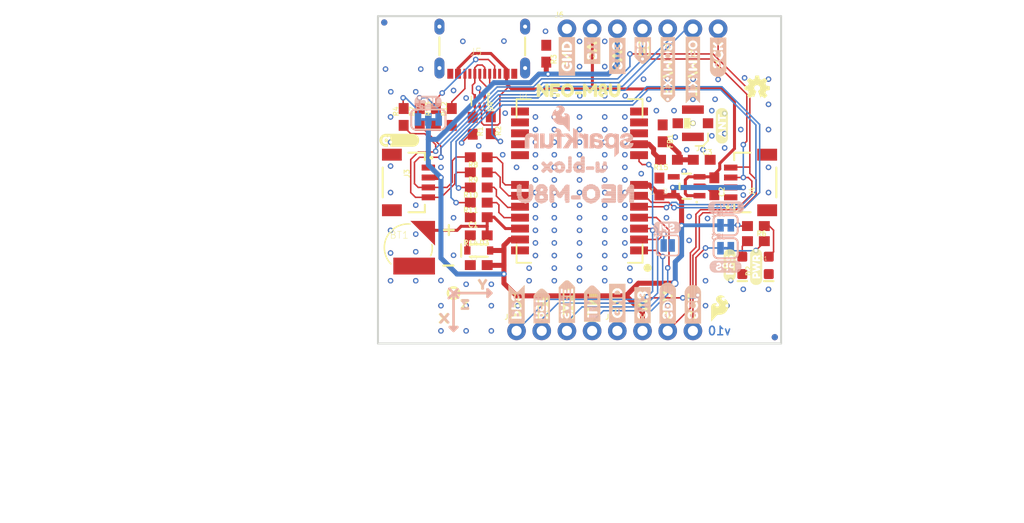
<source format=kicad_pcb>
(kicad_pcb (version 20211014) (generator pcbnew)
  (layers (0 "F.Cu" signal) (31 "B.Cu" signal) (34 "B.Paste" user) (35 "F.Paste" user) (36 "B.SilkS" user "B.Silkscreen") (37 "F.SilkS" user "F.Silkscreen") (38 "B.Mask" user) (39 "F.Mask" user) (44 "Edge.Cuts" user))
  (net 0 "")
  (net 1 "3.3V")
  (net 2 "GND")
  (net 3 "SCL/SCK")
  (net 4 "SDA/~{CS}")
  (net 5 "PPS")
  (net 6 "N$5")
  (net 7 "N$8")
  (net 8 "N$2")
  (net 9 "N$4")
  (net 10 "N$6")
  (net 11 "RXI/MOSI")
  (net 12 "TXO/MISO")
  (net 13 "SHIELD")
  (net 14 "USB_D-")
  (net 15 "USB_D+")
  (net 16 "GPS_ANT1")
  (net 17 "N$10")
  (net 18 "5V")
  (net 19 "N$11")
  (net 20 "N$12")
  (net 21 "D_SEL")
  (net 22 "ANT_VCC")
  (net 23 "D+")
  (net 24 "D-")
  (net 25 "N$1")
  (net 26 "N$7")
  (net 27 "N$9")
  (net 28 "~{RESET}")
  (net 29 "TP2/~{SAFE}")
  (net 30 "N$3")
  (net 31 "N$13")
  (net 32 "N$15")
  (net 33 "N$16")
  (net 34 "EXT_INT")
  (net 35 "V_BATT")
  (net 36 "VDD")
  (footprint "boardEagle:Y2" (layer "F.Cu") (at 137.3251 115.5319)
    (fp_text reference "U$27" hide)
    (fp_text value "" hide)
  )
  (footprint "boardEagle:MICRO-FIDUCIAL" (layer "F.Cu") (at 168.1861 120.8659)
    (fp_text reference "JP5" hide)
    (fp_text value "FIDUCIALUFIDUCIAL" hide)
  )
  (footprint "boardEagle:CS#-_]" (layer "F.Cu") (at 154.8765 93.5863 90)
    (fp_text reference "U$23" hide)
    (fp_text value "" hide)
  )
  (footprint "boardEagle:STAND-OFF" (layer "F.Cu") (at 166.2811 118.9609)
    (fp_text reference "JP10" hide)
    (fp_text value "STAND-OFF" hide)
  )
  (footprint "boardEagle:SOT886" (layer "F.Cu") (at 138.4427 97.0661 -90)
    (fp_text reference "D4")
    (fp_text value "PRTR5V0U2F")
  )
  (footprint "boardEagle:QWIIC_4MM" (layer "F.Cu") (at 130.3401 101.0285)
    (fp_text reference "U$14" hide)
    (fp_text value "" hide)
  )
  (footprint "boardEagle:#SAFE1" (layer "F.Cu") (at 147.2311 120.1039 90)
    (fp_text reference "U$39" hide)
    (fp_text value "" hide)
  )
  (footprint "boardEagle:ML414H_IV01E" (layer "F.Cu") (at 131.2291 111.8489)
    (fp_text reference "BT1")
    (fp_text value "6.8MM_COIN_CELL" hide)
  )
  (footprint "boardEagle:0603" (layer "F.Cu") (at 160.8201 102.9843)
    (fp_text reference "C3")
    (fp_text value "47pF")
  )
  (footprint "boardEagle:NEO#M8U0" (layer "F.Cu") (at 143.0401 95.9739)
    (fp_text reference "U$34" hide)
    (fp_text value "" hide)
  )
  (footprint "boardEagle:GND-04" (layer "F.Cu") (at 147.2311 94.9833 90)
    (fp_text reference "U$63" hide)
    (fp_text value "" hide)
  )
  (footprint "boardEagle:0603" (layer "F.Cu") (at 162.0901 105.6513 -90)
    (fp_text reference "C2")
    (fp_text value "1.0uF")
  )
  (footprint "boardEagle:0603" (layer "F.Cu") (at 138.3411 113.6015)
    (fp_text reference "C5")
    (fp_text value "0.1uF")
  )
  (footprint "boardEagle:RX#MOSI3" (layer "F.Cu") (at 157.3911 97.2693 90)
    (fp_text reference "U$26" hide)
    (fp_text value "" hide)
  )
  (footprint "boardEagle:1X04_NO_SILK" (layer "F.Cu") (at 152.3111 120.2309)
    (fp_text reference "J1")
    (fp_text value "")
  )
  (footprint "boardEagle:MICRO-FIDUCIAL" (layer "F.Cu") (at 128.8161 89.1413)
    (fp_text reference "JP7" hide)
    (fp_text value "FIDUCIALUFIDUCIAL" hide)
  )
  (footprint "boardEagle:1X07_NO_SILK" (layer "F.Cu") (at 147.2311 89.7763)
    (fp_text reference "J6")
    (fp_text value "")
  )
  (footprint "boardEagle:3V3-04" (layer "F.Cu") (at 154.8511 119.9769 90)
    (fp_text reference "U$6" hide)
    (fp_text value "" hide)
  )
  (footprint "boardEagle:X1" (layer "F.Cu") (at 133.3881 118.9609)
    (fp_text reference "U$13" hide)
    (fp_text value "" hide)
  )
  (footprint "boardEagle:CREATIVE_COMMONS" (layer "F.Cu") (at 110.4011 139.2809)
    (fp_text reference "FRAME1" hide)
    (fp_text value "FRAME-LETTER" hide)
  )
  (footprint "boardEagle:0603" (layer "F.Cu") (at 156.8831 100.3173 -90)
    (fp_text reference "FB1")
    (fp_text value "30Ω/1.8A")
  )
  (footprint "boardEagle:JST04_1MM_RA" (layer "F.Cu") (at 133.2611 105.2703 -90)
    (fp_text reference "J3")
    (fp_text value "Qwiic Right Angle" hide)
  )
  (footprint "boardEagle:NEO-M9N_M8T_M8U" (layer "F.Cu") (at 148.5011 105.1179)
    (fp_text reference "U1")
    (fp_text value "U-BLOX_MEO-M8U")
  )
  (footprint "boardEagle:SOD-323" (layer "F.Cu") (at 138.3411 112.1283)
    (fp_text reference "D3")
    (fp_text value "0.5A/40V/420mV")
  )
  (footprint "boardEagle:PPS0" (layer "F.Cu") (at 163.6395 115.2779 90)
    (fp_text reference "U$52" hide)
    (fp_text value "" hide)
  )
  (footprint "boardEagle:U.FL" (layer "F.Cu") (at 159.9311 99.3013 180)
    (fp_text reference "J7")
    (fp_text value "U.FL")
  )
  (footprint "boardEagle:LED-0603" (layer "F.Cu") (at 164.9095 113.6269 -90)
    (fp_text reference "D2")
    (fp_text value "BLUE")
  )
  (footprint "boardEagle:0603" (layer "F.Cu") (at 130.7719 98.6663 90)
    (fp_text reference "R4")
    (fp_text value "2.2k")
  )
  (footprint "boardEagle:JST04_1MM_RA" (layer "F.Cu") (at 163.7411 105.2703 90)
    (fp_text reference "J4")
    (fp_text value "Qwiic Right Angle" hide)
  )
  (footprint "boardEagle:#RST3" (layer "F.Cu") (at 144.6911 120.1039 90)
    (fp_text reference "U$35" hide)
    (fp_text value "" hide)
  )
  (footprint "boardEagle:SCL-[)" (layer "F.Cu") (at 159.9311 119.9769 90)
    (fp_text reference "U$3" hide)
    (fp_text value "" hide)
  )
  (footprint "boardEagle:0603" (layer "F.Cu") (at 134.0231 98.6663 90)
    (fp_text reference "R13")
    (fp_text value "5.1k")
  )
  (footprint "boardEagle:LED-0603" (layer "F.Cu") (at 167.5765 113.6269 -90)
    (fp_text reference "D1")
    (fp_text value "RED")
  )
  (footprint "boardEagle:GND-04" (layer "F.Cu") (at 152.3111 119.8499 90)
    (fp_text reference "U$8" hide)
    (fp_text value "" hide)
  )
  (footprint "boardEagle:USB-C-16P-2LAYER-PADS" (layer "F.Cu") (at 138.6967 94.6531 180)
    (fp_text reference "J5")
    (fp_text value "")
  )
  (footprint "boardEagle:0603" (layer "F.Cu") (at 138.3411 102.7303 180)
    (fp_text reference "R8")
    (fp_text value "33")
  )
  (footprint "boardEagle:Z0" (layer "F.Cu") (at 135.5471 117.5639)
    (fp_text reference "U$28" hide)
    (fp_text value "" hide)
  )
  (footprint "boardEagle:1X04_NO_SILK" (layer "F.Cu") (at 142.1511 120.2309)
    (fp_text reference "J2")
    (fp_text value "")
  )
  (footprint "boardEagle:SFE_LOGO_FLAME_.1" (layer "F.Cu") (at 162.6235 117.9195)
    (fp_text reference "U$33" hide)
    (fp_text value "" hide)
  )
  (footprint "boardEagle:PWR-()-03" (layer "F.Cu") (at 166.3065 115.6589 90)
    (fp_text reference "U$18" hide)
    (fp_text value "" hide)
  )
  (footprint "boardEagle:0603" (layer "F.Cu") (at 139.5603 99.5045 -90)
    (fp_text reference "R2")
    (fp_text value "27")
  )
  (footprint "boardEagle:0603" (layer "F.Cu") (at 145.1483 92.2909 -90)
    (fp_text reference "R3")
    (fp_text value "100k")
  )
  (footprint "boardEagle:SOT23-5" (layer "F.Cu") (at 159.2961 105.6513 90)
    (fp_text reference "U2")
    (fp_text value "3.3V")
  )
  (footprint "boardEagle:0603" (layer "F.Cu") (at 157.5181 102.9843 180)
    (fp_text reference "R15")
    (fp_text value "10")
  )
  (footprint "boardEagle:0603" (layer "F.Cu") (at 166.2811 109.6645 180)
    (fp_text reference "R5")
    (fp_text value "1k")
  )
  (footprint "boardEagle:0603" (layer "F.Cu") (at 156.5529 105.6767 90)
    (fp_text reference "C4")
    (fp_text value "1.0uF")
  )
  (footprint "boardEagle:0603" (layer "F.Cu") (at 138.3411 107.3023 180)
    (fp_text reference "R11")
    (fp_text value "33")
  )
  (footprint "boardEagle:STAND-OFF" (layer "F.Cu") (at 130.7211 91.0463)
    (fp_text reference "JP11" hide)
    (fp_text value "STAND-OFF" hide)
  )
  (footprint "boardEagle:0603" (layer "F.Cu") (at 138.3411 105.7783 180)
    (fp_text reference "R10")
    (fp_text value "33")
  )
  (footprint "boardEagle:0603" (layer "F.Cu") (at 137.7315 99.5553 -90)
    (fp_text reference "R1")
    (fp_text value "27")
  )
  (footprint "boardEagle:5V" (layer "F.Cu") (at 149.7711 93.8403 90)
    (fp_text reference "U$19" hide)
    (fp_text value "" hide)
  )
  (footprint "boardEagle:0603" (layer "F.Cu") (at 138.3411 108.7755 180)
    (fp_text reference "C1")
    (fp_text value "1.0uF")
  )
  (footprint "boardEagle:0603" (layer "F.Cu") (at 132.3975 98.6663 90)
    (fp_text reference "R7")
    (fp_text value "2.2k")
  )
  (footprint "boardEagle:PPS5" (layer "F.Cu") (at 142.1511 119.9769 90)
    (fp_text reference "U$43" hide)
    (fp_text value "" hide)
  )
  (footprint "boardEagle:0603" (layer "F.Cu") (at 138.3411 104.2543 180)
    (fp_text reference "R9")
    (fp_text value "33")
  )
  (footprint "boardEagle:INT1" (layer "F.Cu") (at 149.7711 119.8499 90)
    (fp_text reference "U$2" hide)
    (fp_text value "" hide)
  )
  (footprint "boardEagle:STAND-OFF" (layer "F.Cu") (at 130.7211 118.9609)
    (fp_text reference "JP9" hide)
    (fp_text value "STAND-OFF" hide)
  )
  (footprint "boardEagle:SDA-[)" (layer "F.Cu") (at 157.3911 119.9769 90)
    (fp_text reference "U$1" hide)
    (fp_text value "" hide)
  )
  (footprint "boardEagle:STAND-OFF" (layer "F.Cu") (at 166.2811 91.0463)
    (fp_text reference "JP12" hide)
    (fp_text value "STAND-OFF" hide)
  )
  (footprint "boardEagle:0603" (layer "F.Cu") (at 166.2811 111.1885)
    (fp_text reference "R6")
    (fp_text value "1k")
  )
  (footprint "boardEagle:3V3-04" (layer "F.Cu") (at 152.3111 94.8563 90)
    (fp_text reference "U$61" hide)
    (fp_text value "" hide)
  )
  (footprint "boardEagle:ANT0" (layer "F.Cu") (at 162.8521 101.4349 90)
    (fp_text reference "U$25" hide)
    (fp_text value "" hide)
  )
  (footprint "boardEagle:SCK-(]-04" (layer "F.Cu") (at 162.4711 94.7039 90)
    (fp_text reference "U$38" hide)
    (fp_text value "" hide)
  )
  (footprint "boardEagle:TX#MISO1" (layer "F.Cu") (at 159.9311 97.3709 90)
    (fp_text reference "U$29" hide)
    (fp_text value "" hide)
  )
  (footprint "boardEagle:0603" (layer "F.Cu") (at 135.6233 98.6663 90)
    (fp_text reference "R12")
    (fp_text value "5.1k")
  )
  (footprint "boardEagle:OSHW-LOGO-MINI" (layer "F.Cu") (at 166.4081 95.7453)
    (fp_text reference "LOGO1" hide)
    (fp_text value "OSHW-LOGOMINI" hide)
  )
  (footprint "boardEagle:0603" (layer "F.Cu") (at 138.3411 110.6043 180)
    (fp_text reference "R14")
    (fp_text value "1k")
  )
  (footprint "boardEagle:5V" (layer "B.Cu") (at 149.7711 93.8403 90)
    (fp_text reference "U$20" hide)
    (fp_text value "" hide)
  )
  (footprint "boardEagle:MICRO-FIDUCIAL" (layer "B.Cu") (at 168.1861 120.8659 180)
    (fp_text reference "JP6" hide)
    (fp_text value "FIDUCIALUFIDUCIAL" hide)
  )
  (footprint "boardEagle:Y2" (layer "B.Cu") (at 140.1191 115.5319 180)
    (fp_text reference "U$21" hide)
    (fp_text value "" hide)
  )
  (footprint "boardEagle:SPI1" (layer "B.Cu") (at 158.7881 109.8169 180)
    (fp_text reference "U$11" hide)
    (fp_text value "" hide)
  )
  (footprint "boardEagle:SCL-[)" (layer "B.Cu") (at 159.9311 119.9769 90)
    (fp_text reference "U$5" hide)
    (fp_text value "" hide)
  )
  (footprint "boardEagle:I_SUPER2_C-()-03" (layer "B.Cu") (at 134.6581 97.1423 180)
    (fp_text reference "U$10" hide)
    (fp_text value "" hide)
  )
  (footprint "boardEagle:INT0" (layer "B.Cu") (at 149.7711 115.5319 -90)
    (fp_text reference "U$32" hide)
    (fp_text value "" hide)
  )
  (footprint "boardEagle:Z0" (layer "B.Cu") (at 138.3411 117.5639 180)
    (fp_text reference "U$30" hide)
    (fp_text value "" hide)
  )
  (footprint "boardEagle:TX#MISO1" (layer "B.Cu") (at 159.9311 97.3709 90)
    (fp_text reference "U$37" hide)
    (fp_text value "" hide)
  )
  (footprint "boardEagle:X1" (layer "B.Cu") (at 136.3091 118.9609 180)
    (fp_text reference "U$16" hide)
    (fp_text value "" hide)
  )
  (footprint "boardEagle:SMT-JUMPER_2_NC_TRACE_SILK" (layer "B.Cu") (at 163.2331 111.8997 180)
    (fp_text reference "JP3")
    (fp_text value "JUMPER-SMT_2_NC_TRACE_SILK")
  )
  (footprint "boardEagle:NEO#M8U0" (layer "B.Cu") (at 155.6131 106.3879 180)
    (fp_text reference "U$15" hide)
    (fp_text value "" hide)
  )
  (footprint "boardEagle:RX#MOSI3" (layer "B.Cu") (at 157.4165 97.2693 90)
    (fp_text reference "U$31" hide)
    (fp_text value "" hide)
  )
  (footprint "boardEagle:PPS5" (layer "B.Cu") (at 142.1511 119.9769 90)
    (fp_text reference "U$44" hide)
    (fp_text value "" hide)
  )
  (footprint "boardEagle:#RST3" (layer "B.Cu") (at 144.6911 120.1039 90)
    (fp_text reference "U$36" hide)
    (fp_text value "" hide)
  )
  (footprint "boardEagle:3V3-04" (layer "B.Cu") (at 154.8511 119.9769 90)
    (fp_text reference "U$7" hide)
    (fp_text value "" hide)
  )
  (footprint "boardEagle:SMT-JUMPER_2_NC_TRACE_SILK" (layer "B.Cu") (at 163.2331 109.5883 180)
    (fp_text reference "JP2")
    (fp_text value "JUMPER-SMT_2_NC_TRACE_SILK")
  )
  (footprint "boardEagle:SMT-JUMPER_2_NO_SILK" (layer "B.Cu") (at 157.3911 111.6203 180)
    (fp_text reference "JP4")
    (fp_text value "JUMPER-SMT_2_NO_SILK")
  )
  (footprint "boardEagle:PPS0" (layer "B.Cu") (at 164.8841 113.7539 180)
    (fp_text reference "U$12" hide)
    (fp_text value "" hide)
  )
  (footprint "boardEagle:PWR1" (layer "B.Cu") (at 165.1381 107.7849 180)
    (fp_text reference "U$17" hide)
    (fp_text value "" hide)
  )
  (footprint "boardEagle:SFE_LOGO_NAME_FLAME_.1" (layer "B.Cu") (at 148.3741 101.2063 180)
    (fp_text reference "LOGO2" hide)
    (fp_text value "SFE_LOGO_NAME_FLAME.1_INCH" hide)
  )
  (footprint "boardEagle:3V3-04" (layer "B.Cu") (at 152.3111 94.8563 90)
    (fp_text reference "U$60" hide)
    (fp_text value "" hide)
  )
  (footprint "boardEagle:CS#-_]" (layer "B.Cu") (at 154.8765 93.5863 90)
    (fp_text reference "U$24" hide)
    (fp_text value "" hide)
  )
  (footprint "boardEagle:SCK-(]-04" (layer "B.Cu") (at 162.4711 94.7039 90)
    (fp_text reference "U$41" hide)
    (fp_text value "" hide)
  )
  (footprint "boardEagle:#SAFE1" (layer "B.Cu") (at 147.2311 120.1039 90)
    (fp_text reference "U$40" hide)
    (fp_text value "" hide)
  )
  (footprint "boardEagle:U#BLOX3" (layer "B.Cu") (at 152.6921 103.4923 180)
    (fp_text reference "U$22" hide)
    (fp_text value "" hide)
  )
  (footprint "boardEagle:GND-04" (layer "B.Cu") (at 147.2311 94.9833 90)
    (fp_text reference "U$62" hide)
    (fp_text value "" hide)
  )
  (footprint "boardEagle:SDA-[)" (layer "B.Cu") (at 157.3911 119.9769 90)
    (fp_text reference "U$4" hide)
    (fp_text value "" hide)
  )
  (footprint "boardEagle:SMT-JUMPER_3_2-NC_TRACE_SILK" (layer "B.Cu") (at 133.2611 98.9203 180)
    (fp_text reference "JP1")
    (fp_text value "JUMPER-SMT_3_2-NC_TRACE_SILK")
  )
  (footprint "boardEagle:MICRO-FIDUCIAL" (layer "B.Cu") (at 128.8161 89.1413 180)
    (fp_text reference "JP8" hide)
    (fp_text value "FIDUCIALUFIDUCIAL" hide)
  )
  (footprint "boardEagle:GND-04" (layer "B.Cu") (at 152.3111 119.8499 90)
    (fp_text reference "U$9" hide)
    (fp_text value "" hide)
  )
  (gr_line (start 135.4201 119.8499) (end 135.8011 120.2309) (layer "B.SilkS") (width 0.254))
  (gr_line (start 139.2301 116.0399) (end 139.2301 116.8019) (layer "B.SilkS") (width 0.254))
  (gr_line (start 135.8011 120.2309) (end 135.8011 116.4209) (layer "B.SilkS") (width 0.254))
  (gr_line (start 136.1821 119.8499) (end 135.4201 119.8499) (layer "B.SilkS") (width 0.254))
  (gr_line (start 136.211109 116.036291) (end 135.313084 116.934316) (layer "B.SilkS") (width 0.254))
  (gr_line (start 139.2301 116.8019) (end 139.6111 116.4209) (layer "B.SilkS") (width 0.254))
  (gr_line (start 135.365687 115.985491) (end 136.263712 116.883516) (layer "B.SilkS") (width 0.254))
  (gr_line (start 135.8011 116.4209) (end 139.6111 116.4209) (layer "B.SilkS") (width 0.254))
  (gr_line (start 139.6111 116.4209) (end 139.2301 116.0399) (layer "B.SilkS") (width 0.254))
  (gr_line (start 135.8011 120.2309) (end 136.1821 119.8499) (layer "B.SilkS") (width 0.254))
  (gr_line (start 135.8011 116.4209) (end 139.6111 116.4209) (layer "F.SilkS") (width 0.254))
  (gr_line (start 136.1821 119.8499) (end 135.8011 120.2309) (layer "F.SilkS") (width 0.254))
  (gr_line (start 139.2301 116.0399) (end 139.2301 116.8019) (layer "F.SilkS") (width 0.254))
  (gr_line (start 135.8011 120.2309) (end 135.4201 119.8499) (layer "F.SilkS") (width 0.254))
  (gr_line (start 135.8011 120.2309) (end 135.8011 116.4209) (layer "F.SilkS") (width 0.254))
  (gr_circle (center 135.8011 116.4209) (end 136.369059 116.4209) (layer "F.SilkS") (width 0.254) (fill none))
  (gr_line (start 139.6111 116.4209) (end 139.2301 116.0399) (layer "F.SilkS") (width 0.254))
  (gr_line (start 135.4201 119.8499) (end 136.1821 119.8499) (layer "F.SilkS") (width 0.254))
  (gr_line (start 139.2301 116.8019) (end 139.6111 116.4209) (layer "F.SilkS") (width 0.254))
  (gr_line (start 168.8211 121.5009) (end 128.1811 121.5009) (layer "Edge.Cuts") (width 0.2032))
  (gr_line (start 168.8211 88.5063) (end 168.8211 121.5009) (layer "Edge.Cuts") (width 0.2032))
  (gr_line (start 128.1811 121.5009) (end 128.1811 88.5063) (layer "Edge.Cuts") (width 0.2032))
  (gr_line (start 128.1811 88.5063) (end 168.8211 88.5063) (layer "Edge.Cuts") (width 0.2032))
  (gr_text "v10" (at 162.5981 120.2309) (layer "B.Cu") (effects (font (size 0.8636 0.8636) (thickness 0.1524)) (justify mirror)))
  (gr_text "+" (at 134.3787 110.7313) (layer "F.SilkS") (effects (font (size 1.2954 1.2954) (thickness 0.2286)) (justify left bottom)))
  (gr_text "-" (at 134.3279 114.3127) (layer "F.SilkS") (effects (font (size 1.2954 1.2954) (thickness 0.2286)) (justify left bottom)))
  (segment (start 153.1874 116.6876) (end 153.2001 116.7003) (width 0.508) (layer "F.Cu") (net 1))
  (segment (start 157.8991 105.7783) (end 157.996 105.8752) (width 0.508) (layer "F.Cu") (net 1))
  (segment (start 156.5529 106.5267) (end 156.5275 106.5267) (width 0.508) (layer "F.Cu") (net 1))
  (segment (start 163.7411 105.7703) (end 163.7491 105.7783) (width 0.508) (layer "F.Cu") (net 1))
  (segment (start 157.996 106.6013) (end 158.3411 106.6013) (width 0.508) (layer "F.Cu") (net 1))
  (segment (start 158.7881 107.0483) (end 158.3411 106.6013) (width 0.508) (layer "F.Cu") (net 1))
  (segment (start 140.8811 115.4303) (end 140.8811 114.5023) (width 0.508) (layer "F.Cu") (net 1))
  (segment (start 140.8811 112.1283) (end 140.8811 113.6269) (width 0.508) (layer "F.Cu") (net 1))
  (segment (start 156.5275 106.5267) (end 155.5187 105.5179) (width 0.508) (layer "F.Cu") (net 1))
  (segment (start 153.2001 116.7003) (end 154.8511 118.3513) (width 0.508) (layer "F.Cu") (net 1))
  (segment (start 140.8811 112.1283) (end 140.8811 111.6203) (width 0.508) (layer "F.Cu") (net 1))
  (segment (start 142.1511 116.7003) (end 140.8811 115.4303) (width 0.508) (layer "F.Cu") (net 1))
  (segment (start 139.1911 113.6015) (end 139.2165 113.6269) (width 0.508) (layer "F.Cu") (net 1))
  (segment (start 145.3261 94.3483) (end 145.1483 94.1705) (width 0.508) (layer "F.Cu") (net 1))
  (segment (start 158.7881 109.6137) (end 158.7881 107.0483) (width 0.508) (layer "F.Cu") (net 1))
  (segment (start 157.969 106.6283) (end 156.6545 106.6283) (width 0.508) (layer "F.Cu") (net 1))
  (segment (start 142.1511 116.7003) (end 153.2001 116.7003) (width 0.508) (layer "F.Cu") (net 1))
  (segment (start 141.4835 111.0179) (end 142.5011 111.0179) (width 0.508) (layer "F.Cu") (net 1))
  (segment (start 156.5529 106.5267) (end 156.6545 106.6283) (width 0.508) (layer "F.Cu") (net 1))
  (segment (start 140.8811 113.6269) (end 140.8811 114.5023) (width 0.508) (layer "F.Cu") (net 1))
  (segment (start 145.1483 94.1705) (end 145.1483 93.1409) (width 0.508) (layer "F.Cu") (net 1))
  (segment (start 154.4447 115.4303) (end 158.1023 115.4303) (width 0.508) (layer "F.Cu") (net 1))
  (segment (start 154.8511 118.3513) (end 154.8511 120.2309) (width 0.508) (layer "F.Cu") (net 1))
  (segment (start 157.996 106.6013) (end 157.969 106.6283) (width 0.508) (layer "F.Cu") (net 1))
  (segment (start 139.2165 113.6269) (end 140.8811 113.6269) (width 0.508) (layer "F.Cu") (net 1))
  (segment (start 155.5187 105.5179) (end 154.5011 105.5179) (width 0.508) (layer "F.Cu") (net 1))
  (segment (start 163.7491 105.7783) (end 165.0111 105.7783) (width 0.508) (layer "F.Cu") (net 1))
  (segment (start 139.4911 112.1283) (end 140.8811 112.1283) (width 0.508) (layer "F.Cu") (net 1))
  (segment (start 157.996 105.8752) (end 157.996 106.6013) (width 0.508) (layer "F.Cu") (net 1))
  (segment (start 154.4447 115.4303) (end 153.1874 116.6876) (width 0.508) (layer "F.Cu") (net 1))
  (segment (start 140.8811 111.6203) (end 141.4835 111.0179) (width 0.508) (layer "F.Cu") (net 1))
  (segment (start 134.5311 104.7703) (end 133.2611 104.7703) (width 0.508) (layer "F.Cu") (net 1))
  (via (at 158.7881 109.6137) (size 0.5588) (drill 0.3048) (layers "F.Cu" "B.Cu") (net 1))
  (via (at 157.8991 105.7783) (size 0.5588) (drill 0.3048) (layers "F.Cu" "B.Cu") (net 1))
  (via (at 140.8811 114.5023) (size 0.5588) (drill 0.3048) (layers "F.Cu" "B.Cu") (net 1))
  (via (at 158.1023 115.4303) (size 0.762) (drill 0.508) (layers "F.Cu" "B.Cu") (net 1))
  (via (at 165.0111 105.7783) (size 0.5588) (drill 0.3048) (layers "F.Cu" "B.Cu") (net 1))
  (via (at 134.5311 104.7703) (size 0.5588) (drill 0.3048) (layers "F.Cu" "B.Cu") (net 1))
  (via (at 145.3261 94.3483) (size 0.5588) (drill 0.3048) (layers "F.Cu" "B.Cu") (net 1))
  (segment (start 136.1431 114.5023) (end 140.8811 114.5023) (width 0.508) (layer "B.Cu") (net 1))
  (segment (start 134.5311 112.8903) (end 136.1431 114.5023) (width 0.508) (layer "B.Cu") (net 1))
  (segment (start 143.5481 95.2119) (end 144.4117 94.3483) (width 0.508) (layer "B.Cu") (net 1))
  (segment (start 158.8135 109.5883) (end 158.7881 109.6137) (width 0.508) (layer "B.Cu") (net 1))
  (segment (start 134.5311 106.2609) (end 134.5311 112.8903) (width 0.508) (layer "B.Cu") (net 1))
  (segment (start 133.2611 98.9203) (end 133.2611 100.9269) (width 0.508) (layer "B.Cu") (net 1))
  (segment (start 133.2611 100.9269) (end 133.2611 103.5003) (width 0.508) (layer "B.Cu") (net 1))
  (segment (start 134.152331 100.9269) (end 133.2611 100.9269) (width 0.508) (layer "B.Cu") (net 1))
  (segment (start 133.2611 103.5003) (end 134.5311 104.7703) (width 0.508) (layer "B.Cu") (net 1))
  (segment (start 162.7124 109.5883) (end 158.8135 109.5883) (width 0.381) (layer "B.Cu") (net 1))
  (segment (start 158.7881 112.636297) (end 158.7881 109.6137) (width 0.508) (layer "B.Cu") (net 1))
  (segment (start 145.3261 94.3483) (end 151.3967 94.3483) (width 0.508) (layer "B.Cu") (net 1))
  (segment (start 157.8991 105.7783) (end 165.0111 105.7783) (width 0.508) (layer "B.Cu") (net 1))
  (segment (start 152.3111 89.7763) (end 152.3111 93.4339) (width 0.508) (layer "B.Cu") (net 1))
  (segment (start 134.152331 100.9269) (end 139.867331 95.2119) (width 0.508) (layer "B.Cu") (net 1))
  (segment (start 151.3967 94.3483) (end 152.3111 93.4339) (width 0.508) (layer "B.Cu") (net 1))
  (segment (start 158.1531 113.2713) (end 158.7881 112.636297) (width 0.508) (layer "B.Cu") (net 1))
  (segment (start 158.1531 113.2713) (end 158.1531 115.3795) (width 0.508) (layer "B.Cu") (net 1))
  (segment (start 158.1023 115.4303) (end 158.1531 115.3795) (width 0.508) (layer "B.Cu") (net 1))
  (segment (start 134.5311 104.7703) (end 134.5311 106.2609) (width 0.508) (layer "B.Cu") (net 1))
  (segment (start 144.4117 94.3483) (end 145.3261 94.3483) (width 0.508) (layer "B.Cu") (net 1))
  (segment (start 139.867331 95.2119) (end 143.5481 95.2119) (width 0.508) (layer "B.Cu") (net 1))
  (segment (start 138.4427 96.6361) (end 138.4427 95.8977) (width 0.1524) (layer "F.Cu") (net 2))
  (segment (start 138.4427 95.8977) (end 138.3157 95.7707) (width 0.1524) (layer "F.Cu") (net 2))
  (segment (start 161.2401 105.6513) (end 162.0901 106.5013) (width 0.3048) (layer "F.Cu") (net 2))
  (segment (start 160.5962 105.6513) (end 161.2401 105.6513) (width 0.3048) (layer "F.Cu") (net 2))
  (via (at 144.0561 111.3663) (size 0.5588) (drill 0.3048) (layers "F.Cu" "B.Cu") (net 2))
  (via (at 144.0561 112.6363) (size 0.5588) (drill 0.3048) (layers "F.Cu" "B.Cu") (net 2))
  (via (at 154.7241 104.3813) (size 0.5588) (drill 0.3048) (layers "F.Cu" "B.Cu") (net 2))
  (via (at 167.5511 103.7463) (size 0.5588) (drill 0.3048) (layers "F.Cu" "B.Cu") (net 2))
  (via (at 167.5511 116.0399) (size 0.5588) (drill 0.3048) (layers "F.Cu" "B.Cu") (net 2))
  (via (at 151.0411 108.8263) (size 0.5588) (drill 0.3048) (layers "F.Cu" "B.Cu") (net 2))
  (via (at 144.0561 102.4763) (size 0.5588) (drill 0.3048) (layers "F.Cu" "B.Cu") (net 2))
  (via (at 153.0731 105.0163) (size 0.5588) (drill 0.3048) (layers "F.Cu" "B.Cu") (net 2))
  (via (at 142.1511 103.7463) (size 0.5588) (drill 0.3048) (layers "F.Cu" "B.Cu") (net 2))
  (via (at 139.6111 117.6909) (size 0.5588) (drill 0.3048) (layers "F.Cu" "B.Cu") (net 2))
  (via (at 151.0411 101.2063) (size 0.5588) (drill 0.3048) (layers "F.Cu" "B.Cu") (net 2))
  (via (at 145.9865 96.5327) (size 0.5588) (drill 0.3048) (layers "F.Cu" "B.Cu") (net 2))
  (via (at 139.6111 115.5319) (size 0.5588) (drill 0.3048) (layers "F.Cu" "B.Cu") (net 2))
  (via (at 161.8361 100.5713) (size 0.5588) (drill 0.3048) (layers "F.Cu" "B.Cu") (net 2))
  (via (at 144.0561 110.0963) (size 0.5588) (drill 0.3048) (layers "F.Cu" "B.Cu") (net 2))
  (via (at 129.4765 96.1263) (size 0.5588) (drill 0.3048) (layers "F.Cu" "B.Cu") (net 2))
  (via (at 151.0411 102.4763) (size 0.5588) (drill 0.3048) (layers "F.Cu" "B.Cu") (net 2))
  (via (at 145.9611 112.6363) (size 0.5588) (drill 0.3048) (layers "F.Cu" "B.Cu") (net 2))
  (via (at 160.9471 101.9683) (size 0.5588) (drill 0.3048) (layers "F.Cu" "B.Cu") (net 2))
  (via (at 163.1315 100.3427) (size 0.5588) (drill 0.3048) (layers "F.Cu" "B.Cu") (net 2))
  (via (at 131.9911 96.1263) (size 0.5588) (drill 0.3048) (layers "F.Cu" "B.Cu") (net 2))
  (via (at 156.2481 98.0313) (size 0.5588) (drill 0.3048) (layers "F.Cu" "B.Cu") (net 2))
  (via (at 145.9611 103.7463) (size 0.5588) (drill 0.3048) (layers "F.Cu" "B.Cu") (net 2))
  (via (at 135.8011 95.9993) (size 0.5588) (drill 0.3048) (layers "F.Cu" "B.Cu") (net 2))
  (via (at 145.9611 102.4763) (size 0.5588) (drill 0.3048) (layers "F.Cu" "B.Cu") (net 2))
  (via (at 137.0711 115.5319) (size 0.5588) (drill 0.3048) (layers "F.Cu" "B.Cu") (net 2))
  (via (at 131.9911 107.5563) (size 0.5588) (drill 0.3048) (layers "F.Cu" "B.Cu") (net 2))
  (via (at 162.4711 94.8817) (size 0.5588) (drill 0.3048) (layers "F.Cu" "B.Cu") (net 2))
  (via (at 145.9611 115.1763) (size 0.5588) (drill 0.3048) (layers "F.Cu" "B.Cu") (net 2))
  (via (at 134.5311 103.7463) (size 0.5588) (drill 0.3048) (layers "F.Cu" "B.Cu") (net 2))
  (via (at 159.0421 104.1273) (size 0.5588) (drill 0.3048) (layers "F.Cu" "B.Cu") (net 2))
  (via (at 153.0731 98.6663) (size 0.5588) (drill 0.3048) (layers "F.Cu" "B.Cu") (net 2))
  (via (at 139.6111 120.2309) (size 0.5588) (drill 0.3048) (layers "F.Cu" "B.Cu") (net 2))
  (via (at 129.4511 115.1763) (size 0.5588) (drill 0.3048) (layers "F.Cu" "B.Cu") (net 2))
  (via (at 151.0411 98.6663) (size 0.5588) (drill 0.3048) (layers "F.Cu" "B.Cu") (net 2))
  (via (at 159.9565 94.8563) (size 0.5588) (drill 0.3048) (layers "F.Cu" "B.Cu") (net 2))
  (via (at 148.5011 91.0463) (size 0.5588) (drill 0.3048) (layers "F.Cu" "B.Cu") (net 2))
  (via (at 164.7571 99.9363) (size 0.5588) (drill 0.3048) (layers "F.Cu" "B.Cu") (net 2))
  (via (at 148.5011 110.0963) (size 0.5588) (drill 0.3048) (layers "F.Cu" "B.Cu") (net 2))
  (via (at 132.4991 93.8403) (size 0.5588) (drill 0.3048) (layers "F.Cu" "B.Cu") (net 2))
  (via (at 135.8011 112.6109) (size 0.5588) (drill 0.3048) (layers "F.Cu" "B.Cu") (net 2))
  (via (at 129.4511 106.2863) (size 0.5588) (drill 0.3048) (layers "F.Cu" "B.Cu") (net 2))
  (via (at 151.0411 105.0163) (size 0.5588) (drill 0.3048) (layers "F.Cu" "B.Cu") (net 2))
  (via (at 151.0411 96.5327) (size 0.5588) (drill 0.3048) (layers "F.Cu" "B.Cu") (net 2))
  (via (at 140.7541 102.4763) (size 0.5588) (drill 0.3048) (layers "F.Cu" "B.Cu") (net 2))
  (via (at 167.5511 99.9363) (size 0.5588) (drill 0.3048) (layers "F.Cu" "B.Cu") (net 2))
  (via (at 161.2011 112.6363) (size 0.5588) (drill 0.3048) (layers "F.Cu" "B.Cu") (net 2))
  (via (at 144.0561 107.5563) (size 0.5588) (drill 0.3048) (layers "F.Cu" "B.Cu") (net 2))
  (via (at 158.1531 100.6983) (size 0.5588) (drill 0.3048) (layers "F.Cu" "B.Cu") (net 2))
  (via (at 157.2641 108.8263) (size 0.5588) (drill 0.3048) (layers "F.Cu" "B.Cu") (net 2))
  (via (at 167.5511 106.2863) (size 0.5588) (drill 0.3048) (layers "F.Cu" "B.Cu") (net 2))
  (via (at 151.0411 107.5563) (size 0.5588) (drill 0.3048) (layers "F.Cu" "B.Cu") (net 2))
  (via (at 157.3657 94.8055) (size 0.5588) (drill 0.3048) (layers "F.Cu" "B.Cu") (net 2))
  (via (at 165.0111 116.0399) (size 0.5588) (drill 0.3048) (layers "F.Cu" "B.Cu") (net 2))
  (via (at 151.0411 113.9063) (size 0.5588) (drill 0.3048) (layers "F.Cu" "B.Cu") (net 2))
  (via (at 131.9911 112.2553) (size 0.5588) (drill 0.3048) (layers "F.Cu" "B.Cu") (net 2))
  (via (at 153.5811 113.9063) (size 0.5588) (drill 0.3048) (layers "F.Cu" "B.Cu") (net 2))
  (via (at 144.0561 101.2063) (size 0.5588) (drill 0.3048) (layers "F.Cu" "B.Cu") (net 2))
  (via (at 134.5311 120.2309) (size 0.5588) (drill 0.3048) (layers "F.Cu" "B.Cu") (net 2))
  (via (at 134.5311 117.6909) (size 0.5588) (drill 0.3048) (layers "F.Cu" "B.Cu") (net 2))
  (via (at 153.0731 99.9363) (size 0.5588) (drill 0.3048) (layers "F.Cu" "B.Cu") (net 2))
  (via (at 144.0561 98.6663) (size 0.5588) (drill 0.3048) (layers "F.Cu" "B.Cu") (net 2))
  (via (at 151.0411 110.0963) (size 0.5588) (drill 0.3048) (layers "F.Cu" "B.Cu") (net 2))
  (via (at 148.5011 101.2063) (size 0.5588) (drill 0.3048) (layers "F.Cu" "B.Cu") (net 2))
  (via (at 153.0731 102.4763) (size 0.5588) (drill 0.3048) (layers "F.Cu" "B.Cu") (net 2))
  (via (at 153.0731 107.5563) (size 0.5588) (drill 0.3048) (layers "F.Cu" "B.Cu") (net 2))
  (via (at 159.2961 101.9683) (size 0.5588) (drill 0.3048) (layers "F.Cu" "B.Cu") (net 2))
  (via (at 151.0411 112.6363) (size 0.5588) (drill 0.3048) (layers "F.Cu" "B.Cu") (net 2))
  (via (at 145.9611 99.9363) (size 0.5588) (drill 0.3048) (layers "F.Cu" "B.Cu") (net 2))
  (via (at 145.9611 108.8263) (size 0.5588) (drill 0.3048) (layers "F.Cu" "B.Cu") (net 2))
  (via (at 161.8361 98.0313) (size 0.5588) (drill 0.3048) (layers "F.Cu" "B.Cu") (net 2))
  (via (at 151.0411 111.3663) (size 0.5588) (drill 0.3048) (layers "F.Cu" "B.Cu") (net 2))
  (via (at 158.0261 98.0313) (size 0.5588) (drill 0.3048) (layers "F.Cu" "B.Cu") (net 2))
  (via (at 137.0711 96.7613) (size 0.5588) (drill 0.3048) (layers "F.Cu" "B.Cu") (net 2))
  (via (at 148.5011 102.4763) (size 0.5588) (drill 0.3048) (layers "F.Cu" "B.Cu") (net 2))
  (via (at 157.3911 96.8883) (size 0.5588) (drill 0.3048) (layers "F.Cu" "B.Cu") (net 2))
  (via (at 141.0081 98.2853) (size 0.5588) (drill 0.3048) (layers "F.Cu" "B.Cu") (net 2))
  (via (at 145.9611 110.0963) (size 0.5588) (drill 0.3048) (layers "F.Cu" "B.Cu") (net 2))
  (via (at 145.0721 90.0303) (size 0.5588) (drill 0.3048) (layers "F.Cu" "B.Cu") (net 2))
  (via (at 129.4511 110.0963) (size 0.5588) (drill 0.3048) (layers "F.Cu" "B.Cu") (net 2))
  (via (at 131.9911 110.4773) (size 0.5588) (drill 0.3048) (layers "F.Cu" "B.Cu") (net 2))
  (via (at 165.1381 94.7293) (size 0.5588) (drill 0.3048) (layers "F.Cu" "B.Cu") (net 2))
  (via (at 135.8011 108.8263) (size 0.5588) (drill 0.3048) (layers "F.Cu" "B.Cu") (net 2))
  (via (at 148.5011 107.5563) (size 0.5588) (drill 0.3048) (layers "F.Cu" "B.Cu") (net 2))
  (via (at 144.0561 103.7463) (size 0.5588) (drill 0.3048) (layers "F.Cu" "B.Cu") (net 2))
  (via (at 144.0561 106.2863) (size 0.5588) (drill 0.3048) (layers "F.Cu" "B.Cu") (net 2))
  (via (at 151.0411 103.7463) (size 0.5588) (drill 0.3048) (layers "F.Cu" "B.Cu") (net 2))
  (via (at 143.4211 113.9063) (size 0.5588) (drill 0.3048) (layers "F.Cu" "B.Cu") (net 2))
  (via (at 148.5011 98.6663) (size 0.5588) (drill 0.3048) (layers "F.Cu" "B.Cu") (net 2))
  (via (at 153.0985 96.5327) (size 0.5588) (drill 0.3048) (layers "F.Cu" "B.Cu") (net 2))
  (via (at 148.5011 111.3663) (size 0.5588) (drill 0.3048) (layers "F.Cu" "B.Cu") (net 2))
  (via (at 148.5011 108.8263) (size 0.5588) (drill 0.3048) (layers "F.Cu" "B.Cu") (net 2))
  (via (at 162.1663 96.8883) (size 0.5588) (drill 0.3048) (layers "F.Cu" "B.Cu") (net 2))
  (via (at 163.3601 117.6909) (size 0.5588) (drill 0.3048) (layers "F.Cu" "B.Cu") (net 2))
  (via (at 145.9611 113.9063) (size 0.5588) (drill 0.3048) (layers "F.Cu" "B.Cu") (net 2))
  (via (at 137.0711 120.2309) (size 0.5588) (drill 0.3048) (layers "F.Cu" "B.Cu") (net 2))
  (via (at 159.5501 108.6993) (size 0.5588) (drill 0.3048) (layers "F.Cu" "B.Cu") (net 2))
  (via (at 148.5011 115.1763) (size 0.5588) (drill 0.3048) (layers "F.Cu" "B.Cu") (net 2))
  (via (at 163.7411 115.1509) (size 0.5588) (drill 0.3048) (layers "F.Cu" "B.Cu") (net 2))
  (via (at 144.0561 99.9363) (size 0.5588) (drill 0.3048) (layers "F.Cu" "B.Cu") (net 2))
  (via (at 138.3157 95.7707) (size 0.5588) (drill 0.3048) (layers "F.Cu" "B.Cu") (net 2))
  (via (at 145.9611 107.5563) (size 0.5588) (drill 0.3048) (layers "F.Cu" "B.Cu") (net 2))
  (via (at 142.2781 117.6909) (size 0.5588) (drill 0.3048) (layers "F.Cu" "B.Cu") (net 2))
  (via (at 129.4511 112.3823) (size 0.5588) (drill 0.3048) (layers "F.Cu" "B.Cu") (net 2))
  (via (at 148.5011 113.9063) (size 0.5588) (drill 0.3048) (layers "F.Cu" "B.Cu") (net 2))
  (via (at 148.5265 96.5327) (size 0.5588) (drill 0.3048) (layers "F.Cu" "B.Cu") (net 2))
  (via (at 161.2011 115.1763) (size 0.5588) (drill 0.3048) (layers "F.Cu" "B.Cu") (net 2))
  (via (at 159.5501 111.1123) (size 0.5588) (drill 0.3048) (layers "F.Cu" "B.Cu") (net 2))
  (via (at 129.4511 103.6193) (size 0.5588) (drill 0.3048) (layers "F.Cu" "B.Cu") (net 2))
  (via (at 131.9911 115.1763) (size 0.5588) (drill 0.3048) (layers "F.Cu" "B.Cu") (net 2))
  (via (at 148.5011 103.7463) (size 0.5588) (drill 0.3048) (layers "F.Cu" "B.Cu") (net 2))
  (via (at 145.9611 111.3663) (size 0.5588) (drill 0.3048) (layers "F.Cu" "B.Cu") (net 2))
  (via (at 165.0111 106.5403) (size 0.5588) (drill 0.3048) (layers "F.Cu" "B.Cu") (net 2))
  (via (at 148.5011 106.2863) (size 0.5588) (drill 0.3048) (layers "F.Cu" "B.Cu") (net 2))
  (via (at 128.9431 93.8403) (size 0.5588) (drill 0.3048) (layers "F.Cu" "B.Cu") (net 2))
  (via (at 155.4861 96.8883) (size 0.5588) (drill 0.3048) (layers "F.Cu" "B.Cu") (net 2))
  (via (at 163.1315 98.3107) (size 0.5588) (drill 0.3048) (layers "F.Cu" "B.Cu") (net 2))
  (via (at 153.5811 115.1763) (size 0.5588) (drill 0.3048) (layers "F.Cu" "B.Cu") (net 2))
  (via (at 153.0731 112.6363) (size 0.5588) (drill 0.3048) (layers "F.Cu" "B.Cu") (net 2))
  (via (at 159.9311 99.3013) (size 0.5588) (drill 0.3048) (layers "F.Cu" "B.Cu") (net 2))
  (via (at 137.0711 117.6909) (size 0.5588) (drill 0.3048) (layers "F.Cu" "B.Cu") (net 2))
  (via (at 145.9611 106.2863) (size 0.5588) (drill 0.3048) (layers "F.Cu" "B.Cu") (net 2))
  (via (at 161.4043 108.9025) (size 0.5588) (drill 0.3048) (layers "F.Cu" "B.Cu") (net 2))
  (via (at 129.4511 98.6663) (size 0.5588) (drill 0.3048) (layers "F.Cu" "B.Cu") (net 2))
  (via (at 151.0411 106.2863) (size 0.5588) (drill 0.3048) (layers "F.Cu" "B.Cu") (net 2))
  (via (at 153.0731 108.8263) (size 0.5588) (drill 0.3048) (layers "F.Cu" "B.Cu") (net 2))
  (via (at 151.0411 99.9363) (size 0.5588) (drill 0.3048) (layers "F.Cu" "B.Cu") (net 2))
  (via (at 144.0561 105.0163) (size 0.5588) (drill 0.3048) (layers "F.Cu" "B.Cu") (net 2))
  (via (at 129.4511 101.2063) (size 0.5588) (drill 0.3048) (layers "F.Cu" "B.Cu") (net 2))
  (via (at 153.0731 101.2063) (size 0.5588) (drill 0.3048) (layers "F.Cu" "B.Cu") (net 2))
  (via (at 148.5011 93.5863) (size 0.5588) (drill 0.3048) (layers "F.Cu" "B.Cu") (net 2))
  (via (at 145.9611 98.6663) (size 0.5588) (drill 0.3048) (layers "F.Cu" "B.Cu") (net 2))
  (via (at 148.5011 112.6363) (size 0.5588) (drill 0.3048) (layers "F.Cu" "B.Cu") (net 2))
  (via (at 151.0411 115.1763) (size 0.5588) (drill 0.3048) (layers "F.Cu" "B.Cu") (net 2))
  (via (at 145.9611 101.2063) (size 0.5588) (drill 0.3048) (layers "F.Cu" "B.Cu") (net 2))
  (via (at 143.4211 115.1763) (size 0.5588) (drill 0.3048) (layers "F.Cu" "B.Cu") (net 2))
  (via (at 167.5511 94.8563) (size 0.5588) (drill 0.3048) (layers "F.Cu" "B.Cu") (net 2))
  (via (at 145.9611 105.0163) (size 0.5588) (drill 0.3048) (layers "F.Cu" "B.Cu") (net 2))
  (via (at 159.9311 96.8883) (size 0.5588) (drill 0.3048) (layers "F.Cu" "B.Cu") (net 2))
  (via (at 163.1315 101.7905) (size 0.5588) (drill 0.3048) (layers "F.Cu" "B.Cu") (net 2))
  (via (at 148.5011 105.0163) (size 0.5588) (drill 0.3048) (layers "F.Cu" "B.Cu") (net 2))
  (via (at 153.0731 106.2863) (size 0.5588) (drill 0.3048) (layers "F.Cu" "B.Cu") (net 2))
  (via (at 148.5011 99.9363) (size 0.5588) (drill 0.3048) (layers "F.Cu" "B.Cu") (net 2))
  (via (at 153.0731 103.7463) (size 0.5588) (drill 0.3048) (layers "F.Cu" "B.Cu") (net 2))
  (via (at 161.2011 117.6909) (size 0.5588) (drill 0.3048) (layers "F.Cu" "B.Cu") (net 2))
  (via (at 138.3411 101.5873) (size 0.5588) (drill 0.3048) (layers "F.Cu" "B.Cu") (net 2))
  (via (at 144.0561 108.8263) (size 0.5588) (drill 0.3048) (layers "F.Cu" "B.Cu") (net 2))
  (via (at 153.0731 111.3663) (size 0.5588) (drill 0.3048) (layers "F.Cu" "B.Cu") (net 2))
  (via (at 167.5511 97.3963) (size 0.5588) (drill 0.3048) (layers "F.Cu" "B.Cu") (net 2))
  (via (at 151.0411 91.0463) (size 0.5588) (drill 0.3048) (layers "F.Cu" "B.Cu") (net 2))
  (via (at 153.0731 110.0963) (size 0.5588) (drill 0.3048) (layers "F.Cu" "B.Cu") (net 2))
  (via (at 151.0411 93.5863) (size 0.5588) (drill 0.3048) (layers "F.Cu" "B.Cu") (net 2))
  (via (at 157.3911 117.6909) (size 0.5588) (drill 0.3048) (layers "F.Cu" "B.Cu") (net 2))
  (via (at 134.5311 115.1509) (size 0.5588) (drill 0.3048) (layers "F.Cu" "B.Cu") (net 2))
  (via (at 154.9527 94.8563) (size 0.5588) (drill 0.3048) (layers "F.Cu" "B.Cu") (net 2))
  (segment (start 134.5551 106.7703) (end 135.9281 105.3973) (width 0.1524) (layer "F.Cu") (net 3))
  (segment (start 162.4711 89.7763) (end 162.4711 92.2909) (width 0.1524) (layer "F.Cu") (net 3))
  (segment (start 132.901356 100.3545) (end 131.4831 100.3545) (width 0.1524) (layer "F.Cu") (net 3))
  (segment (start 131.4831 100.3545) (end 130.7719 99.6433) (width 0.1524) (layer "F.Cu") (net 3))
  (segment (start 131.4831 102.9589) (end 132.2451 102.1969) (width 0.1524) (layer "F.Cu") (net 3))
  (segment (start 133.922987 102.1969) (end 132.2451 102.1969) (width 0.1524) (layer "F.Cu") (net 3))
  (segment (start 160.9471 108.3183) (end 164.5031 108.3183) (width 0.1524) (layer "F.Cu") (net 3))
  (segment (start 162.2044 92.5576) (end 161.9631 92.3163) (width 0.1524) (layer "F.Cu") (net 3))
  (segment (start 161.9631 92.3163) (end 153.5811 92.3163) (width 0.1524) (layer "F.Cu") (net 3))
  (segment (start 165.671881 96.025082) (end 162.2044 92.5576) (width 0.1524) (layer "F.Cu") (net 3))
  (segment (start 160.5788 111.9632) (end 160.5788 108.6866) (width 0.1524) (layer "F.Cu") (net 3))
  (segment (start 162.4711 92.2909) (end 162.2044 92.5576) (width 0.1524) (layer "F.Cu") (net 3))
  (segment (start 133.999187 101.452332) (end 132.901356 100.3545) (width 0.1524) (layer "F.Cu") (net 3))
  (segment (start 159.9311 120.2309) (end 159.9311 112.6109) (width 0.1524) (layer "F.Cu") (net 3))
  (segment (start 163.7411 103.7703) (end 163.7905 103.7209) (width 0.1524) (layer "F.Cu") (net 3))
  (segment (start 165.671881 104.3559) (end 165.671881 103.7209) (width 0.1524) (layer "F.Cu") (net 3))
  (segment (start 133.999187 102.1207) (end 133.922987 102.1969) (width 0.1524) (layer "F.Cu") (net 3))
  (segment (start 166.306881 104.9909) (end 165.671881 104.3559) (width 0.1524) (layer "F.Cu") (net 3))
  (segment (start 135.9281 105.3973) (end 135.9281 104.4829) (width 0.1524) (layer "F.Cu") (net 3))
  (segment (start 166.306881 106.514519) (end 166.306881 104.9909) (width 0.1524) (layer "F.Cu") (net 3))
  (segment (start 133.2611 106.7703) (end 131.9671 106.7703) (width 0.1524) (layer "F.Cu") (net 3))
  (segment (start 131.9671 106.7703) (end 131.4831 106.2863) (width 0.1524) (layer "F.Cu") (net 3))
  (segment (start 131.4831 106.2863) (end 131.4831 102.9589) (width 0.1524) (layer "F.Cu") (net 3))
  (segment (start 133.999187 102.1207) (end 133.999187 101.452332) (width 0.1524) (layer "F.Cu") (net 3))
  (segment (start 135.9281 104.4829) (end 136.1567 104.2543) (width 0.1524) (layer "F.Cu") (net 3))
  (segment (start 136.1567 104.2543) (end 137.4911 104.2543) (width 0.1524) (layer "F.Cu") (net 3))
  (segment (start 159.9311 112.6109) (end 160.5788 111.9632) (width 0.1524) (layer "F.Cu") (net 3))
  (segment (start 165.671881 103.7209) (end 165.671881 96.025082) (width 0.1524) (layer "F.Cu") (net 3))
  (segment (start 164.5031 108.3183) (end 166.306881 106.514519) (width 0.1524) (layer "F.Cu") (net 3))
  (segment (start 133.2611 106.7703) (end 134.5551 106.7703) (width 0.1524) (layer "F.Cu") (net 3))
  (segment (start 130.7719 99.6433) (end 130.7719 99.5163) (width 0.1524) (layer "F.Cu") (net 3))
  (segment (start 160.5788 108.6866) (end 160.9471 108.3183) (width 0.1524) (layer "F.Cu") (net 3))
  (segment (start 163.7905 103.7209) (end 165.671881 103.7209) (width 0.1524) (layer "F.Cu") (net 3))
  (via (at 133.999187 102.1207) (size 0.5588) (drill 0.3048) (layers "F.Cu" "B.Cu") (net 3))
  (via (at 153.5811 92.3163) (size 0.5588) (drill 0.3048) (layers "F.Cu" "B.Cu") (net 3))
  (segment (start 134.0231 102.096788) (end 134.0231 101.8159) (width 0.1524) (layer "B.Cu") (net 3))
  (segment (start 153.5811 92.3163) (end 153.5811 93.5863) (width 0.1524) (layer "B.Cu") (net 3))
  (segment (start 140.1953 95.6437) (end 143.853962 95.6437) (width 0.1524) (layer "B.Cu") (net 3))
  (segment (start 153.5811 93.5863) (end 152.3365 94.8309) (width 0.1524) (layer "B.Cu") (net 3))
  (segment (start 133.999187 102.1207) (end 134.0231 102.096788) (width 0.1524) (layer "B.Cu") (net 3))
  (segment (start 144.666762 94.8309) (end 143.853962 95.6437) (width 0.1524) (layer "B.Cu") (net 3))
  (segment (start 134.0231 101.8159) (end 140.1953 95.6437) (width 0.1524) (layer "B.Cu") (net 3))
  (segment (start 152.3365 94.8309) (end 144.666762 94.8309) (width 0.1524) (layer "B.Cu") (net 3))
  (segment (start 165.367081 101.104319) (end 165.367081 96.3803) (width 0.1524) (layer "F.Cu") (net 4))
  (segment (start 165.0111 101.4603) (end 165.367081 101.104319) (width 0.1524) (layer "F.Cu") (net 4))
  (segment (start 160.693843 108.0135) (end 164.300643 108.0135) (width 0.1524) (layer "F.Cu") (net 4))
  (segment (start 160.236271 111.797729) (end 160.236271 108.471072) (width 0.1524) (layer "F.Cu") (net 4))
  (segment (start 132.2371 105.7703) (end 131.8641 105.3973) (width 0.1524) (layer "F.Cu") (net 4))
  (segment (start 134.5311 102.7303) (end 134.5311 101.625032) (width 0.1524) (layer "F.Cu") (net 4))
  (segment (start 165.875068 105.134272) (end 165.511096 104.7703) (width 0.1524) (layer "F.Cu") (net 4))
  (segment (start 133.2611 105.7703) (end 132.2371 105.7703) (width 0.1524) (layer "F.Cu") (net 4))
  (segment (start 137.3251 102.7303) (end 137.4911 102.7303) (width 0.1524) (layer "F.Cu") (net 4))
  (segment (start 134.5311 101.625032) (end 132.422368 99.5163) (width 0.1524) (layer "F.Cu") (net 4))
  (segment (start 160.236271 108.471072) (end 160.693843 108.0135) (width 0.1524) (layer "F.Cu") (net 4))
  (segment (start 134.5311 102.7303) (end 132.3721 102.7303) (width 0.1524) (layer "F.Cu") (net 4))
  (segment (start 164.300643 108.0135) (end 165.875068 106.439075) (width 0.1524) (layer "F.Cu") (net 4))
  (segment (start 165.511096 104.7703) (end 165.0111 104.7703) (width 0.1524) (layer "F.Cu") (net 4))
  (segment (start 135.6741 105.2449) (end 135.6741 103.0859) (width 0.1524) (layer "F.Cu") (net 4))
  (segment (start 135.1487 105.7703) (end 135.6741 105.2449) (width 0.1524) (layer "F.Cu") (net 4))
  (segment (start 135.6741 103.0859) (end 136.0551 102.7049) (width 0.1524) (layer "F.Cu") (net 4))
  (segment (start 137.2997 102.7049) (end 137.3251 102.7303) (width 0.1524) (layer "F.Cu") (net 4))
  (segment (start 157.3911 120.2309) (end 159.6771 117.9449) (width 0.1524) (layer "F.Cu") (net 4))
  (segment (start 131.8641 105.3973) (end 131.8641 103.2383) (width 0.1524) (layer "F.Cu") (net 4))
  (segment (start 132.3721 102.7303) (end 131.8641 103.2383) (width 0.1524) (layer "F.Cu") (net 4))
  (segment (start 159.6771 112.3569) (end 160.236271 111.797729) (width 0.1524) (layer "F.Cu") (net 4))
  (segment (start 165.875068 106.439075) (end 165.875068 105.134272) (width 0.1524) (layer "F.Cu") (net 4))
  (segment (start 165.367081 96.3803) (end 161.811081 92.8243) (width 0.1524) (layer "F.Cu") (net 4))
  (segment (start 159.6771 117.9449) (end 159.6771 112.3569) (width 0.1524) (layer "F.Cu") (net 4))
  (segment (start 136.0551 102.7049) (end 137.2997 102.7049) (width 0.1524) (layer "F.Cu") (net 4))
  (segment (start 132.422368 99.5163) (end 132.3975 99.5163) (width 0.1524) (layer "F.Cu") (net 4))
  (segment (start 133.2611 105.7703) (end 135.1487 105.7703) (width 0.1524) (layer "F.Cu") (net 4))
  (segment (start 165.0111 104.7703) (end 163.7411 104.7703) (width 0.1524) (layer "F.Cu") (net 4))
  (segment (start 161.811081 92.8243) (end 154.8511 92.8243) (width 0.1524) (layer "F.Cu") (net 4))
  (via (at 134.5311 102.7303) (size 0.5588) (drill 0.3048) (layers "F.Cu" "B.Cu") (net 4))
  (via (at 165.0111 104.7703) (size 0.5588) (drill 0.3048) (layers "F.Cu" "B.Cu") (net 4))
  (via (at 165.0111 101.4603) (size 0.5588) (drill 0.3048) (layers "F.Cu" "B.Cu") (net 4))
  (via (at 154.8511 92.8243) (size 0.5588) (drill 0.3048) (layers "F.Cu" "B.Cu") (net 4))
  (segment (start 134.5311 101.791244) (end 140.272243 96.0501) (width 0.1524) (layer "B.Cu") (net 4))
  (segment (start 154.8511 92.8243) (end 154.8511 92.8497) (width 0.1524) (layer "B.Cu") (net 4))
  (segment (start 154.8511 89.7763) (end 154.8511 92.8243) (width 0.1524) (layer "B.Cu") (net 4))
  (segment (start 143.9799 96.0501) (end 144.8181 95.2119) (width 0.1524) (layer "B.Cu") (net 4))
  (segment (start 154.8511 92.8497) (end 152.4889 95.2119) (width 0.1524) (layer "B.Cu") (net 4))
  (segment (start 165.0111 104.7703) (end 165.0111 101.4603) (width 0.1524) (layer "B.Cu") (net 4))
  (segment (start 140.272243 96.0501) (end 143.9799 96.0501) (width 0.1524) (layer "B.Cu") (net 4))
  (segment (start 144.8181 95.2119) (end 152.4889 95.2119) (width 0.1524) (layer "B.Cu") (net 4))
  (segment (start 134.5311 102.7303) (end 134.5311 101.791244) (width 0.1524) (layer "B.Cu") (net 4))
  (segment (start 158.9151 116.9035) (end 155.4353 116.9035) (width 0.1524) (layer "F.Cu") (net 5))
  (segment (start 160.420984 116.631385) (end 160.2359 116.4463) (width 0.1524) (layer "F.Cu") (net 5))
  (segment (start 160.2359 116.4463) (end 160.2359 112.8395) (width 0.1524) (layer "F.Cu") (net 5))
  (segment (start 155.324456 116.792657) (end 155.4353 116.9035) (width 0.1524) (layer "F.Cu") (net 5))
  (segment (start 154.5011 109.9179) (end 155.6887 109.9179) (width 0.1524) (layer "F.Cu") (net 5))
  (segment (start 160.2359 112.8395) (end 161.2011 111.8743) (width 0.1524) (layer "F.Cu") (net 5))
  (segment (start 155.6887 109.9179) (end 155.8671 110.0963) (width 0.1524) (layer "F.Cu") (net 5))
  (via (at 161.2011 111.8743) (size 0.5588) (drill 0.3048) (layers "F.Cu" "B.Cu") (net 5))
  (via (at 155.8671 110.0963) (size 0.5588) (drill 0.3048) (layers "F.Cu" "B.Cu") (net 5))
  (via (at 158.9151 116.9035) (size 0.5588) (drill 0.3048) (layers "F.Cu" "B.Cu") (net 5))
  (via (at 155.324456 116.792657) (size 0.5588) (drill 0.3048) (layers "F.Cu" "B.Cu") (net 5))
  (via (at 160.420984 116.631385) (size 0.5588) (drill 0.3048) (layers "F.Cu" "B.Cu") (net 5))
  (segment (start 155.061212 117.0559) (end 155.324456 116.792657) (width 0.1524) (layer "B.Cu") (net 5))
  (segment (start 160.420984 116.631385) (end 160.141584 116.910785) (width 0.1524) (layer "B.Cu") (net 5))
  (segment (start 160.141584 116.910785) (end 158.922384 116.910785) (width 0.1524) (layer "B.Cu") (net 5))
  (segment (start 155.324456 116.792657) (end 155.8671 116.250013) (width 0.1524) (layer "B.Cu") (net 5))
  (segment (start 155.8671 110.0963) (end 155.8671 116.250013) (width 0.1524) (layer "B.Cu") (net 5))
  (segment (start 162.6997 111.8743) (end 161.2011 111.8743) (width 0.1524) (layer "B.Cu") (net 5))
  (segment (start 162.6997 111.8743) (end 162.7124 111.887) (width 0.1524) (layer "B.Cu") (net 5))
  (segment (start 162.7124 111.887) (end 162.7124 111.8997) (width 0.1524) (layer "B.Cu") (net 5))
  (segment (start 158.9151 116.9035) (end 158.922384 116.910785) (width 0.1524) (layer "B.Cu") (net 5))
  (segment (start 142.1511 120.2309) (end 145.3261 117.0559) (width 0.1524) (layer "B.Cu") (net 5))
  (segment (start 145.3261 117.0559) (end 155.061212 117.0559) (width 0.1524) (layer "B.Cu") (net 5))
  (segment (start 132.3975 97.8163) (end 132.3721 97.7909) (width 0.1524) (layer "F.Cu") (net 6))
  (segment (start 132.3721 96.7359) (end 132.3721 97.7909) (width 0.1524) (layer "F.Cu") (net 6))
  (via (at 132.3721 96.7359) (size 0.5588) (drill 0.3048) (layers "F.Cu" "B.Cu") (net 6))
  (segment (start 134.3025 97.9043) (end 134.3025 98.9203) (width 0.1524) (layer "B.Cu") (net 6))
  (segment (start 132.3721 96.7359) (end 133.1341 96.7359) (width 0.1524) (layer "B.Cu") (net 6))
  (segment (start 133.1341 96.7359) (end 134.3025 97.9043) (width 0.1524) (layer "B.Cu") (net 6))
  (segment (start 130.7211 96.7359) (end 130.7211 97.7655) (width 0.1524) (layer "F.Cu") (net 7))
  (segment (start 130.7719 97.8163) (end 130.7211 97.7655) (width 0.1524) (layer "F.Cu") (net 7))
  (via (at 130.7211 96.7359) (size 0.5588) (drill 0.3048) (layers "F.Cu" "B.Cu") (net 7))
  (segment (start 130.9751 96.7359) (end 132.2197 97.9805) (width 0.1524) (layer "B.Cu") (net 7))
  (segment (start 132.2197 97.9805) (end 132.2197 98.9203) (width 0.1524) (layer "B.Cu") (net 7))
  (segment (start 130.7211 96.7359) (end 130.9751 96.7359) (width 0.1524) (layer "B.Cu") (net 7))
  (segment (start 164.9095 112.7499) (end 164.9095 111.7101) (width 0.1524) (layer "F.Cu") (net 8))
  (segment (start 164.9095 111.7101) (end 165.4311 111.1885) (width 0.1524) (layer "F.Cu") (net 8))
  (segment (start 167.1311 111.1885) (end 167.1311 111.2783) (width 0.1524) (layer "F.Cu") (net 9))
  (segment (start 167.1311 111.2783) (end 166.2811 112.1283) (width 0.1524) (layer "F.Cu") (net 9))
  (via (at 166.2811 112.1283) (size 0.5588) (drill 0.3048) (layers "F.Cu" "B.Cu") (net 9))
  (segment (start 166.2811 112.1283) (end 166.2557 112.1537) (width 0.1524) (layer "B.Cu") (net 9))
  (segment (start 164.0078 112.1537) (end 163.7538 111.8997) (width 0.1524) (layer "B.Cu") (net 9))
  (segment (start 166.2557 112.1537) (end 164.0078 112.1537) (width 0.1524) (layer "B.Cu") (net 9))
  (segment (start 137.1911 110.9043) (end 137.4911 110.6043) (width 0.1524) (layer "F.Cu") (net 10))
  (segment (start 137.1911 112.1283) (end 137.1911 110.9043) (width 0.3048) (layer "F.Cu") (net 10))
  (segment (start 137.4911 107.3023) (end 136.0551 107.3023) (width 0.1524) (layer "F.Cu") (net 11))
  (via (at 136.0551 107.3023) (size 0.5588) (drill 0.3048) (layers "F.Cu" "B.Cu") (net 11))
  (segment (start 144.1323 96.4311) (end 144.9705 95.5929) (width 0.1524) (layer "B.Cu") (net 11))
  (segment (start 157.3911 91.0209) (end 157.3911 89.7763) (width 0.1524) (layer "B.Cu") (net 11))
  (segment (start 152.8191 95.5929) (end 157.3911 91.0209) (width 0.1524) (layer "B.Cu") (net 11))
  (segment (start 135.5471 106.7943) (end 135.5471 101.2063) (width 0.1524) (layer "B.Cu") (net 11))
  (segment (start 140.3223 96.4311) (end 144.1323 96.4311) (width 0.1524) (layer "B.Cu") (net 11))
  (segment (start 136.0551 107.3023) (end 135.5471 106.7943) (width 0.1524) (layer "B.Cu") (net 11))
  (segment (start 144.9705 95.5929) (end 152.8191 95.5929) (width 0.1524) (layer "B.Cu") (net 11))
  (segment (start 135.5471 101.2063) (end 140.3223 96.4311) (width 0.1524) (layer "B.Cu") (net 11))
  (segment (start 137.4911 105.7783) (end 136.3599 105.7783) (width 0.1524) (layer "F.Cu") (net 12))
  (segment (start 136.3599 105.7783) (end 136.3091 105.8291) (width 0.1524) (layer "F.Cu") (net 12))
  (via (at 136.3091 105.8291) (size 0.5588) (drill 0.3048) (layers "F.Cu" "B.Cu") (net 12))
  (segment (start 159.9311 89.7763) (end 159.2707 89.7763) (width 0.1524) (layer "B.Cu") (net 12))
  (segment (start 140.436228 96.748229) (end 144.323171 96.748229) (width 0.1524) (layer "B.Cu") (net 12))
  (segment (start 136.3091 105.8291) (end 136.0551 105.5751) (width 0.1524) (layer "B.Cu") (net 12))
  (segment (start 136.0551 101.129357) (end 140.436228 96.748229) (width 0.1524) (layer "B.Cu") (net 12))
  (segment (start 145.0975 95.9739) (end 153.0731 95.9739) (width 0.1524) (layer "B.Cu") (net 12))
  (segment (start 144.323171 96.748229) (end 145.0975 95.9739) (width 0.1524) (layer "B.Cu") (net 12))
  (segment (start 136.0551 101.129357) (end 136.0551 105.5751) (width 0.1524) (layer "B.Cu") (net 12))
  (segment (start 159.2707 89.7763) (end 153.0731 95.9739) (width 0.1524) (layer "B.Cu") (net 12))
  (via (at 140.8811 91.0209) (size 0.5588) (drill 0.3048) (layers "F.Cu" "B.Cu") (net 13))
  (via (at 136.7409 91.0463) (size 0.5588) (drill 0.3048) (layers "F.Cu" "B.Cu") (net 13))
  (segment (start 138.4467 94.3131) (end 138.4467 94.9365) (width 0.1524) (layer "F.Cu") (net 14))
  (segment (start 139.4467 94.3131) (end 139.4467 95.6303) (width 0.1524) (layer "F.Cu") (net 14))
  (segment (start 138.9427 96.1343) (end 139.2936 95.7834) (width 0.1524) (layer "F.Cu") (net 14))
  (segment (start 139.2936 95.7834) (end 139.4467 95.6303) (width 0.1524) (layer "F.Cu") (net 14))
  (segment (start 138.9427 96.6611) (end 138.9427 96.1343) (width 0.1524) (layer "F.Cu") (net 14))
  (segment (start 138.4467 94.9365) (end 139.2936 95.7834) (width 0.1524) (layer "F.Cu") (net 14))
  (segment (start 137.9427 96.5091) (end 137.7061 96.2725) (width 0.1524) (layer "F.Cu") (net 15))
  (segment (start 137.9427 96.5091) (end 137.9427 96.6361) (width 0.1524) (layer "F.Cu") (net 15))
  (segment (start 138.9467 94.3131) (end 138.9467 93.6839) (width 0.1524) (layer "F.Cu") (net 15))
  (segment (start 137.7061 95.4659) (end 137.7061 96.2725) (width 0.1524) (layer "F.Cu") (net 15))
  (segment (start 138.6967 93.4339) (end 138.2141 93.4339) (width 0.1524) (layer "F.Cu") (net 15))
  (segment (start 138.2141 93.4339) (end 137.9467 93.7013) (width 0.1524) (layer "F.Cu") (net 15))
  (segment (start 137.9467 95.2253) (end 137.7061 95.4659) (width 0.1524) (layer "F.Cu") (net 15))
  (segment (start 137.9467 94.3131) (end 137.9467 95.2253) (width 0.1524) (layer "F.Cu") (net 15))
  (segment (start 138.9467 93.6839) (end 138.6967 93.4339) (width 0.1524) (layer "F.Cu") (net 15))
  (segment (start 137.9467 93.7013) (end 137.9467 94.3131) (width 0.1524) (layer "F.Cu") (net 15))
  (segment (start 168.0591 112.2673) (end 167.5765 112.7499) (width 0.1524) (layer "F.Cu") (net 17))
  (segment (start 168.0591 110.0845) (end 168.0591 112.2673) (width 0.1524) (layer "F.Cu") (net 17))
  (segment (start 168.0591 110.0845) (end 167.6391 109.6645) (width 0.1524) (layer "F.Cu") (net 17))
  (segment (start 167.1311 109.6645) (end 167.6391 109.6645) (width 0.1524) (layer "F.Cu") (net 17))
  (segment (start 164.1221 101.85625) (end 164.1221 97.1423) (width 0.3048) (layer "F.Cu") (net 18))
  (segment (start 136.2467 94.3131) (end 136.2467 93.7757) (width 0.3048) (layer "F.Cu") (net 18))
  (segment (start 159.3571 106.6013) (end 159.1691 106.4133) (width 0.3048) (layer "F.Cu") (net 18))
  (segment (start 162.0901 104.8013) (end 161.9141 104.8013) (width 0.254) (layer "F.Cu") (net 18))
  (segment (start 140.4736 96.5084) (end 141.3891 95.5929) (width 0.1524) (layer "F.Cu") (net 18))
  (segment (start 159.4841 104.7013) (end 159.1691 105.0163) (width 0.3048) (layer "F.Cu") (net 18))
  (segment (start 138.6205 99.2505) (end 138.8491 99.4791) (width 0.1524) (layer "F.Cu") (net 18))
  (segment (start 137.7569 92.2655) (end 139.5603 92.2655) (width 0.3048) (layer "F.Cu") (net 18))
  (segment (start 141.6431 95.8469) (end 149.7965 95.8469) (width 0.3048) (layer "F.Cu") (net 18))
  (segment (start 138.6205 98.0059) (end 138.6205 99.2505) (width 0.1524) (layer "F.Cu") (net 18))
  (segment (start 160.5962 106.6013) (end 159.3571 106.6013) (width 0.3048) (layer "F.Cu") (net 18))
  (segment (start 164.1221 97.1423) (end 162.8267 95.8469) (width 0.3048) (layer "F.Cu") (net 18))
  (segment (start 162.6343 103.9133) (end 162.6343 103.34405) (width 0.3048) (layer "F.Cu") (net 18))
  (segment (start 138.8491 99.4791) (end 140.2715 99.4791) (width 0.1524) (layer "F.Cu") (net 18))
  (segment (start 162.0901 104.4575) (end 162.6343 103.9133) (width 0.3048) (layer "F.Cu") (net 18))
  (segment (start 136.2467 93.7757) (end 137.7569 92.2655) (width 0.3048) (layer "F.Cu") (net 18))
  (segment (start 162.6343 103.34405) (end 164.1221 101.85625) (width 0.3048) (layer "F.Cu") (net 18))
  (segment (start 159.1691 106.4133) (end 159.1691 105.0163) (width 0.3048) (layer "F.Cu") (net 18))
  (segment (start 161.9141 104.8013) (end 161.8141 104.7013) (width 0.254) (layer "F.Cu") (net 18))
  (segment (start 141.1467 95.3505) (end 141.3891 95.5929) (width 0.3048) (layer "F.Cu") (net 18))
  (segment (start 140.4736 99.277) (end 140.4736 96.5084) (width 0.1524) (layer "F.Cu") (net 18))
  (segment (start 140.2715 99.4791) (end 140.4736 99.277) (width 0.1524) (layer "F.Cu") (net 18))
  (segment (start 138.4427 97.8281) (end 138.6205 98.0059) (width 0.1524) (layer "F.Cu") (net 18))
  (segment (start 139.5603 92.2655) (end 141.1467 93.8519) (width 0.3048) (layer "F.Cu") (net 18))
  (segment (start 162.0901 104.8013) (end 162.0901 104.4575) (width 0.3048) (layer "F.Cu") (net 18))
  (segment (start 149.7965 95.8469) (end 162.8267 95.8469) (width 0.3048) (layer "F.Cu") (net 18))
  (segment (start 141.3891 95.5929) (end 141.6431 95.8469) (width 0.3048) (layer "F.Cu") (net 18))
  (segment (start 138.4427 97.4961) (end 138.4427 97.8281) (width 0.1524) (layer "F.Cu") (net 18))
  (segment (start 160.5962 104.7013) (end 161.8141 104.7013) (width 0.3048) (layer "F.Cu") (net 18))
  (segment (start 160.5962 104.7013) (end 159.4841 104.7013) (width 0.3048) (layer "F.Cu") (net 18))
  (segment (start 149.7965 89.8017) (end 149.7711 89.7763) (width 0.3048) (layer "F.Cu") (net 18))
  (segment (start 141.1467 93.8519) (end 141.1467 94.3131) (width 0.3048) (layer "F.Cu") (net 18))
  (segment (start 141.1467 95.3505) (end 141.1467 94.3131) (width 0.3048) (layer "F.Cu") (net 18))
  (segment (start 149.7965 89.8017) (end 149.7965 95.8469) (width 0.3048) (layer "F.Cu") (net 18))
  (segment (start 155.093012 106.6179) (end 154.5011 106.6179) (width 0.1524) (layer "F.Cu") (net 19))
  (segment (start 157.4957 107.2799) (end 158.0261 107.8103) (width 0.1524) (layer "F.Cu") (net 19))
  (segment (start 157.4957 107.2799) (end 155.755012 107.2799) (width 0.1524) (layer "F.Cu") (net 19))
  (segment (start 137.4911 100.4053) (end 136.6139 101.2825) (width 0.1524) (layer "F.Cu") (net 19))
  (segment (start 155.755012 107.2799) (end 155.093012 106.6179) (width 0.1524) (layer "F.Cu") (net 19))
  (segment (start 137.7315 100.4053) (end 137.4911 100.4053) (width 0.1524) (layer "F.Cu") (net 19))
  (via (at 136.6139 101.2825) (size 0.5588) (drill 0.3048) (layers "F.Cu" "B.Cu") (net 19))
  (via (at 158.0261 107.8103) (size 0.5588) (drill 0.3048) (layers "F.Cu" "B.Cu") (net 19))
  (segment (start 162.8521 95.6183) (end 155.282162 95.6183) (width 0.1524) (layer "B.Cu") (net 19))
  (segment (start 158.0261 107.8103) (end 165.1381 107.8103) (width 0.1524) (layer "B.Cu") (net 19))
  (segment (start 136.6139 101.001613) (end 136.6139 101.2825) (width 0.1524) (layer "B.Cu") (net 19))
  (segment (start 166.6621 99.4283) (end 162.8521 95.6183) (width 0.1524) (layer "B.Cu") (net 19))
  (segment (start 153.822031 97.078432) (end 140.537081 97.078432) (width 0.1524) (layer "B.Cu") (net 19))
  (segment (start 140.537081 97.078432) (end 136.6139 101.001613) (width 0.1524) (layer "B.Cu") (net 19))
  (segment (start 155.282162 95.6183) (end 153.822031 97.078432) (width 0.1524) (layer "B.Cu") (net 19))
  (segment (start 166.6621 106.2863) (end 166.6621 99.4283) (width 0.1524) (layer "B.Cu") (net 19))
  (segment (start 165.1381 107.8103) (end 166.6621 106.2863) (width 0.1524) (layer "B.Cu") (net 19))
  (segment (start 157.1801 107.7179) (end 157.2641 107.8019) (width 0.1524) (layer "F.Cu") (net 20))
  (segment (start 139.5603 100.3545) (end 140.3359 101.1301) (width 0.1524) (layer "F.Cu") (net 20))
  (segment (start 154.5011 107.7179) (end 157.1801 107.7179) (width 0.1524) (layer "F.Cu") (net 20))
  (segment (start 140.3359 101.1301) (end 140.5255 101.1301) (width 0.1524) (layer "F.Cu") (net 20))
  (via (at 157.2641 107.8019) (size 0.5588) (drill 0.3048) (layers "F.Cu" "B.Cu") (net 20))
  (via (at 140.5255 101.1301) (size 0.5588) (drill 0.3048) (layers "F.Cu" "B.Cu") (net 20))
  (segment (start 157.805156 107.2769) (end 158.247043 107.2769) (width 0.1524) (layer "B.Cu") (net 20))
  (segment (start 139.686184 98.487385) (end 139.686184 100.417785) (width 0.1524) (layer "B.Cu") (net 20))
  (segment (start 164.9349 107.5055) (end 166.2811 106.1593) (width 0.1524) (layer "B.Cu") (net 20))
  (segment (start 140.714137 97.459432) (end 139.686184 98.487385) (width 0.1524) (layer "B.Cu") (net 20))
  (segment (start 158.247043 107.2769) (end 158.475643 107.5055) (width 0.1524) (layer "B.Cu") (net 20))
  (segment (start 166.2811 106.1593) (end 166.2811 99.478357) (width 0.1524) (layer "B.Cu") (net 20))
  (segment (start 153.872087 97.459432) (end 140.714137 97.459432) (width 0.1524) (layer "B.Cu") (net 20))
  (segment (start 166.2811 99.478357) (end 162.725843 95.9231) (width 0.1524) (layer "B.Cu") (net 20))
  (segment (start 157.2641 107.8019) (end 157.280156 107.8019) (width 0.1524) (layer "B.Cu") (net 20))
  (segment (start 140.5255 101.1301) (end 140.3985 101.1301) (width 0.1524) (layer "B.Cu") (net 20))
  (segment (start 158.475643 107.5055) (end 164.9349 107.5055) (width 0.1524) (layer "B.Cu") (net 20))
  (segment (start 157.805156 107.2769) (end 157.280156 107.8019) (width 0.1524) (layer "B.Cu") (net 20))
  (segment (start 162.725843 95.9231) (end 155.408418 95.9231) (width 0.1524) (layer "B.Cu") (net 20))
  (segment (start 155.408418 95.9231) (end 153.872087 97.459432) (width 0.1524) (layer "B.Cu") (net 20))
  (segment (start 140.3985 101.1301) (end 139.686184 100.417785) (width 0.1524) (layer "B.Cu") (net 20))
  (segment (start 157.0101 110.4773) (end 156.4695 111.0179) (width 0.1524) (layer "F.Cu") (net 21))
  (segment (start 154.5011 111.0179) (end 156.4695 111.0179) (width 0.1524) (layer "F.Cu") (net 21))
  (via (at 157.0101 110.4773) (size 0.5588) (drill 0.3048) (layers "F.Cu" "B.Cu") (net 21))
  (segment (start 156.9847 111.6203) (end 156.9847 110.5027) (width 0.1524) (layer "B.Cu") (net 21))
  (segment (start 156.9847 110.5027) (end 157.0101 110.4773) (width 0.1524) (layer "B.Cu") (net 21))
  (segment (start 158.5341 102.9843) (end 159.9701 102.9843) (width 0.508) (layer "F.Cu") (net 22))
  (segment (start 158.3681 102.9843) (end 158.5341 102.9843) (width 0.3048) (layer "F.Cu") (net 22))
  (segment (start 156.8831 101.1673) (end 157.3521 101.1673) (width 0.508) (layer "F.Cu") (net 22))
  (segment (start 158.5341 102.3493) (end 158.5341 102.9843) (width 0.508) (layer "F.Cu") (net 22))
  (segment (start 157.3521 101.1673) (end 158.5341 102.3493) (width 0.508) (layer "F.Cu") (net 22))
  (segment (start 137.9427 97.4961) (end 137.9427 98.4941) (width 0.1524) (layer "F.Cu") (net 23))
  (segment (start 137.9427 98.4941) (end 137.7315 98.7053) (width 0.1524) (layer "F.Cu") (net 23))
  (segment (start 138.9427 98.0369) (end 138.9427 97.4961) (width 0.1524) (layer "F.Cu") (net 24))
  (segment (start 139.5603 98.6545) (end 138.9427 98.0369) (width 0.1524) (layer "F.Cu") (net 24))
  (segment (start 164.5539 109.6645) (end 164.4523 109.5629) (width 0.1524) (layer "F.Cu") (net 25))
  (segment (start 165.4311 109.6645) (end 164.5539 109.6645) (width 0.1524) (layer "F.Cu") (net 25))
  (via (at 164.4523 109.5629) (size 0.5588) (drill 0.3048) (layers "F.Cu" "B.Cu") (net 25))
  (segment (start 164.4523 109.5629) (end 164.4269 109.5883) (width 0.1524) (layer "B.Cu") (net 25))
  (segment (start 164.4269 109.5883) (end 163.7538 109.5883) (width 0.1524) (layer "B.Cu") (net 25))
  (segment (start 136.9467 95.8147) (end 136.9467 94.3131) (width 0.1524) (layer "F.Cu") (net 26))
  (segment (start 135.6233 97.8163) (end 135.6233 97.1381) (width 0.1524) (layer "F.Cu") (net 26))
  (segment (start 135.6233 97.1381) (end 136.9467 95.8147) (width 0.1524) (layer "F.Cu") (net 26))
  (segment (start 139.9467 93.5155) (end 139.3063 92.8751) (width 0.1524) (layer "F.Cu") (net 27))
  (segment (start 139.9467 94.3131) (end 139.9467 93.5155) (width 0.1524) (layer "F.Cu") (net 27))
  (segment (start 134.6581 96.2533) (end 134.0231 96.8883) (width 0.1524) (layer "F.Cu") (net 27))
  (segment (start 134.0231 96.8883) (end 134.0231 97.8163) (width 0.1524) (layer "F.Cu") (net 27))
  (segment (start 139.3063 92.8751) (end 138.0363 92.8751) (width 0.1524) (layer "F.Cu") (net 27))
  (via (at 134.6581 96.2533) (size 0.5588) (drill 0.3048) (layers "F.Cu" "B.Cu") (net 27))
  (via (at 138.0363 92.8751) (size 0.5588) (drill 0.3048) (layers "F.Cu" "B.Cu") (net 27))
  (segment (start 138.0363 92.8751) (end 134.6581 96.2533) (width 0.1524) (layer "B.Cu") (net 27))
  (segment (start 155.4861 103.4669) (end 154.8151 103.4669) (width 0.1524) (layer "F.Cu") (net 28))
  (segment (start 154.8151 103.4669) (end 154.5011 103.1529) (width 0.1524) (layer "F.Cu") (net 28))
  (segment (start 154.5011 103.1529) (end 154.5011 102.5179) (width 0.1524) (layer "F.Cu") (net 28))
  (via (at 155.4861 103.4669) (size 0.5588) (drill 0.3048) (layers "F.Cu" "B.Cu") (net 28))
  (segment (start 155.8671 103.8479) (end 155.4861 103.4669) (width 0.1524) (layer "B.Cu") (net 28))
  (segment (start 156.3751 109.9439) (end 155.8671 109.4359) (width 0.1524) (layer "B.Cu") (net 28))
  (segment (start 144.6911 120.2309) (end 144.6911 119.0879) (width 0.1524) (layer "B.Cu") (net 28))
  (segment (start 155.3591 117.4369) (end 156.3751 116.4209) (width 0.1524) (layer "B.Cu") (net 28))
  (segment (start 156.3751 116.4209) (end 156.3751 109.9439) (width 0.1524) (layer "B.Cu") (net 28))
  (segment (start 155.8671 109.4359) (end 155.8671 103.8479) (width 0.1524) (layer "B.Cu") (net 28))
  (segment (start 146.3421 117.4369) (end 144.6911 119.0879) (width 0.1524) (layer "B.Cu") (net 28))
  (segment (start 146.3421 117.4369) (end 155.3591 117.4369) (width 0.1524) (layer "B.Cu") (net 28))
  (segment (start 156.8831 112.7379) (end 156.2631 112.1179) (width 0.1524) (layer "F.Cu") (net 29))
  (segment (start 156.2631 112.1179) (end 154.5011 112.1179) (width 0.1524) (layer "F.Cu") (net 29))
  (via (at 156.8831 112.7379) (size 0.5588) (drill 0.3048) (layers "F.Cu" "B.Cu") (net 29))
  (segment (start 156.8831 116.5479) (end 156.8831 112.7379) (width 0.1524) (layer "B.Cu") (net 29))
  (segment (start 148.7551 117.8179) (end 155.6131 117.8179) (width 0.1524) (layer "B.Cu") (net 29))
  (segment (start 155.6131 117.8179) (end 156.8831 116.5479) (width 0.1524) (layer "B.Cu") (net 29))
  (segment (start 147.2311 120.2309) (end 147.2311 119.3419) (width 0.1524) (layer "B.Cu") (net 29))
  (segment (start 148.7551 117.8179) (end 147.2311 119.3419) (width 0.1524) (layer "B.Cu") (net 29))
  (segment (start 141.0271 105.5179) (end 140.7541 105.2449) (width 0.1524) (layer "F.Cu") (net 30))
  (segment (start 140.1445 102.7303) (end 139.1911 102.7303) (width 0.1524) (layer "F.Cu") (net 30))
  (segment (start 140.7541 105.2449) (end 140.7541 103.3399) (width 0.1524) (layer "F.Cu") (net 30))
  (segment (start 140.7541 103.3399) (end 140.1445 102.7303) (width 0.1524) (layer "F.Cu") (net 30))
  (segment (start 142.5011 105.5179) (end 141.0271 105.5179) (width 0.1524) (layer "F.Cu") (net 30))
  (segment (start 141.3651 106.6179) (end 140.5001 105.7529) (width 0.1524) (layer "F.Cu") (net 31))
  (segment (start 140.5001 105.7529) (end 140.5001 104.7369) (width 0.1524) (layer "F.Cu") (net 31))
  (segment (start 142.5011 106.6179) (end 141.3651 106.6179) (width 0.1524) (layer "F.Cu") (net 31))
  (segment (start 140.0175 104.2543) (end 139.1911 104.2543) (width 0.1524) (layer "F.Cu") (net 31))
  (segment (start 140.5001 104.7369) (end 140.0175 104.2543) (width 0.1524) (layer "F.Cu") (net 31))
  (segment (start 141.2621 107.7849) (end 140.1191 106.6419) (width 0.1524) (layer "F.Cu") (net 32))
  (segment (start 142.5011 107.7179) (end 142.4341 107.7849) (width 0.1524) (layer "F.Cu") (net 32))
  (segment (start 139.8651 105.7529) (end 139.2301 105.7529) (width 0.1524) (layer "F.Cu") (net 32))
  (segment (start 140.1191 106.0069) (end 139.8651 105.7529) (width 0.1524) (layer "F.Cu") (net 32))
  (segment (start 139.2301 105.7529) (end 139.1979 105.7851) (width 0.1524) (layer "F.Cu") (net 32))
  (segment (start 139.1911 105.7783) (end 139.1979 105.7851) (width 0.1524) (layer "F.Cu") (net 32))
  (segment (start 140.1191 106.6419) (end 140.1191 106.0069) (width 0.1524) (layer "F.Cu") (net 32))
  (segment (start 142.4341 107.7849) (end 141.2621 107.7849) (width 0.1524) (layer "F.Cu") (net 32))
  (segment (start 140.3731 108.2929) (end 140.3731 107.5309) (width 0.1524) (layer "F.Cu") (net 33))
  (segment (start 142.5011 108.8179) (end 140.8981 108.8179) (width 0.1524) (layer "F.Cu") (net 33))
  (segment (start 140.3731 107.5309) (end 140.1445 107.3023) (width 0.1524) (layer "F.Cu") (net 33))
  (segment (start 140.1445 107.3023) (end 139.1911 107.3023) (width 0.1524) (layer "F.Cu") (net 33))
  (segment (start 140.8981 108.8179) (end 140.3731 108.2929) (width 0.1524) (layer "F.Cu") (net 33))
  (segment (start 157.5181 110.0709) (end 156.2481 108.8009) (width 0.1524) (layer "F.Cu") (net 34))
  (segment (start 157.3911 113.8809) (end 157.5181 113.7539) (width 0.1524) (layer "F.Cu") (net 34))
  (segment (start 157.5181 110.0709) (end 157.5181 113.7539) (width 0.1524) (layer "F.Cu") (net 34))
  (segment (start 154.5181 108.8009) (end 154.5011 108.8179) (width 0.1524) (layer "F.Cu") (net 34))
  (segment (start 156.2481 108.8009) (end 154.5181 108.8009) (width 0.1524) (layer "F.Cu") (net 34))
  (via (at 157.3911 113.8809) (size 0.5588) (drill 0.3048) (layers "F.Cu" "B.Cu") (net 34))
  (segment (start 155.7401 118.1989) (end 157.3911 116.5479) (width 0.1524) (layer "B.Cu") (net 34))
  (segment (start 149.7711 119.3419) (end 150.9141 118.1989) (width 0.1524) (layer "B.Cu") (net 34))
  (segment (start 150.9141 118.1989) (end 155.7401 118.1989) (width 0.1524) (layer "B.Cu") (net 34))
  (segment (start 149.7711 120.2309) (end 149.7711 119.3419) (width 0.1524) (layer "B.Cu") (net 34))
  (segment (start 157.3911 116.5479) (end 157.3911 113.8809) (width 0.1524) (layer "B.Cu") (net 34))
  (segment (start 136.1567 110.0963) (end 136.5631 109.6899) (width 0.3048) (layer "F.Cu") (net 35))
  (segment (start 139.1911 108.7755) (end 139.1911 109.6899) (width 0.3048) (layer "F.Cu") (net 35))
  (segment (start 142.5011 109.9179) (end 141.0341 109.9179) (width 0.3048) (layer "F.Cu") (net 35))
  (segment (start 139.8917 108.7755) (end 139.1911 108.7755) (width 0.3048) (layer "F.Cu") (net 35))
  (segment (start 139.1911 109.6899) (end 139.1911 110.6043) (width 0.3048) (layer "F.Cu") (net 35))
  (segment (start 133.5305 110.0963) (end 136.1567 110.0963) (width 0.3048) (layer "F.Cu") (net 35))
  (segment (start 133.2511 109.8169) (end 133.5305 110.0963) (width 0.3048) (layer "F.Cu") (net 35))
  (segment (start 136.5631 109.6899) (end 139.1911 109.6899) (width 0.3048) (layer "F.Cu") (net 35))
  (segment (start 141.0341 109.9179) (end 139.8917 108.7755) (width 0.3048) (layer "F.Cu") (net 35))
  (segment (start 155.4945 101.4179) (end 154.5011 101.4179) (width 0.508) (layer "F.Cu") (net 36))
  (segment (start 156.6681 102.9843) (end 155.9687 102.2849) (width 0.508) (layer "F.Cu") (net 36))
  (segment (start 155.9687 101.8921) (end 155.4945 101.4179) (width 0.508) (layer "F.Cu") (net 36))
  (segment (start 155.9687 102.2849) (end 155.9687 101.8921) (width 0.508) (layer "F.Cu") (net 36))
)
</source>
